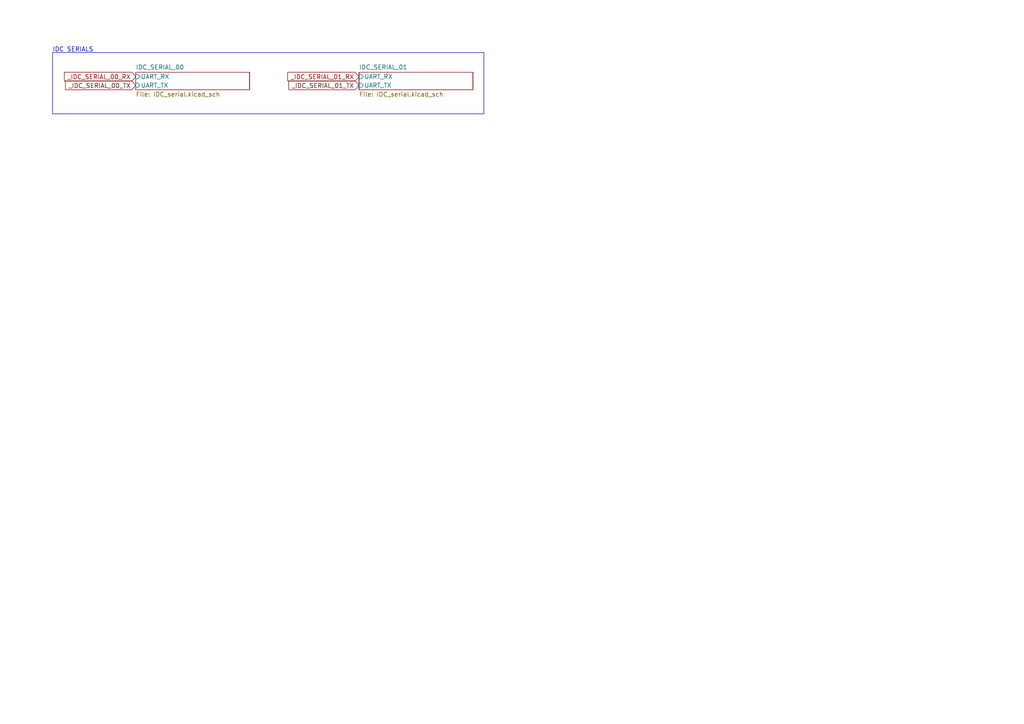
<source format=kicad_sch>
(kicad_sch (version 20230121) (generator eeschema)
  (paper "A4")
  (lib_symbols)
  (rectangle (start 15.24 15.24) (end 140.335 33.02))
  (text "IDC SERIALS" (at 15.24 15.24 0) (effects (font (size 1.27 1.27)) (justify left bottom)))
  (global_label "_IDC_SERIAL_00_TX" (shape input) (at 39.37 24.765 180) (property "Intersheetrefs" "${INTERSHEET_REFS}" (effects hide)))
  (global_label "_IDC_SERIAL_01_TX" (shape input) (at 104.14 24.765 180) (property "Intersheetrefs" "${INTERSHEET_REFS}" (effects hide)))
  (global_label "_IDC_SERIAL_00_RX" (shape input) (at 39.37 22.225 180) (property "Intersheetrefs" "${INTERSHEET_REFS}" (effects hide)))
  (global_label "_IDC_SERIAL_01_RX" (shape input) (at 104.14 22.225 180) (property "Intersheetrefs" "${INTERSHEET_REFS}" (effects hide)))
  (sheet (at 39.37 20.955) (size 33.02 5.08) (stroke (width 0.1524))
    (property "Sheetname" "IDC_SERIAL_00" (at 39.37 20.2434 0) (effects (justify left bottom)))
    (property "Sheetfile" "IDC_serial.kicad_sch" (at 39.37 26.6196 0) (effects (justify left top)))
    (pin "UART_RX" input (at 39.37 22.225 180))
    (pin "UART_TX" input (at 39.37 24.765 180))
  )
  (sheet (at 104.14 20.955) (size 33.02 5.08) (stroke (width 0.1524))
    (property "Sheetname" "IDC_SERIAL_01" (at 104.14 20.2434 0) (effects (justify left bottom)))
    (property "Sheetfile" "IDC_serial.kicad_sch" (at 104.14 26.6196 0) (effects (justify left top)))
    (pin "UART_RX" input (at 104.14 22.225 180))
    (pin "UART_TX" input (at 104.14 24.765 180))
  )
)
</source>
